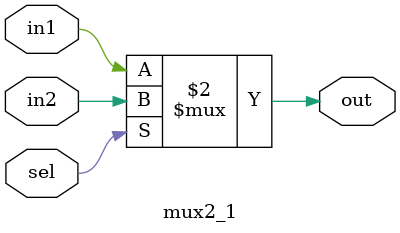
<source format=v>
`timescale 1ns / 1ps

/*
	@brief: 2 to one mux that takes 1-bit inputs and 1 bit select
*/
module mux2_1(out,in1,in2,sel);
	output out;
	input in1,in2;
	input sel;
	
	assign out = sel==0? in1:in2;

endmodule

</source>
